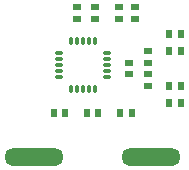
<source format=gtp>
G04*
G04 #@! TF.GenerationSoftware,Altium Limited,Altium Designer,22.7.1 (60)*
G04*
G04 Layer_Color=8421504*
%FSLAX44Y44*%
%MOMM*%
G71*
G04*
G04 #@! TF.SameCoordinates,7A3DA631-0345-4E00-B8C7-321365C47752*
G04*
G04*
G04 #@! TF.FilePolarity,Positive*
G04*
G01*
G75*
%ADD12R,0.6000X0.7000*%
%ADD13O,0.8000X0.3000*%
%ADD14O,0.3000X0.8000*%
%ADD15R,0.7000X0.6000*%
%ADD16O,5.0000X1.5000*%
D12*
X470000Y390000D02*
D03*
Y376000D02*
D03*
X460000Y390000D02*
D03*
Y376000D02*
D03*
X470000Y346000D02*
D03*
X460000D02*
D03*
X470000Y332000D02*
D03*
X460000D02*
D03*
X390000Y323000D02*
D03*
X400000D02*
D03*
X362000D02*
D03*
X372000D02*
D03*
X428000D02*
D03*
X418000D02*
D03*
D13*
X407000Y374000D02*
D03*
X367000Y364000D02*
D03*
X407000D02*
D03*
Y359000D02*
D03*
Y354000D02*
D03*
X367000Y359000D02*
D03*
Y354000D02*
D03*
X407000Y369000D02*
D03*
X367000D02*
D03*
Y374000D02*
D03*
D14*
X387000Y384000D02*
D03*
X382000Y344000D02*
D03*
X397000Y384000D02*
D03*
Y344000D02*
D03*
X392000D02*
D03*
X382000Y384000D02*
D03*
X377000Y344000D02*
D03*
Y384000D02*
D03*
X392000D02*
D03*
X387000Y344000D02*
D03*
D15*
X417000Y403000D02*
D03*
Y413000D02*
D03*
X397000Y403000D02*
D03*
Y413000D02*
D03*
X431000D02*
D03*
Y403000D02*
D03*
X382000Y413000D02*
D03*
Y403000D02*
D03*
X442000Y376000D02*
D03*
Y366000D02*
D03*
Y346000D02*
D03*
Y356000D02*
D03*
X426000Y356000D02*
D03*
Y366000D02*
D03*
D16*
X345470Y286000D02*
D03*
X444530D02*
D03*
M02*

</source>
